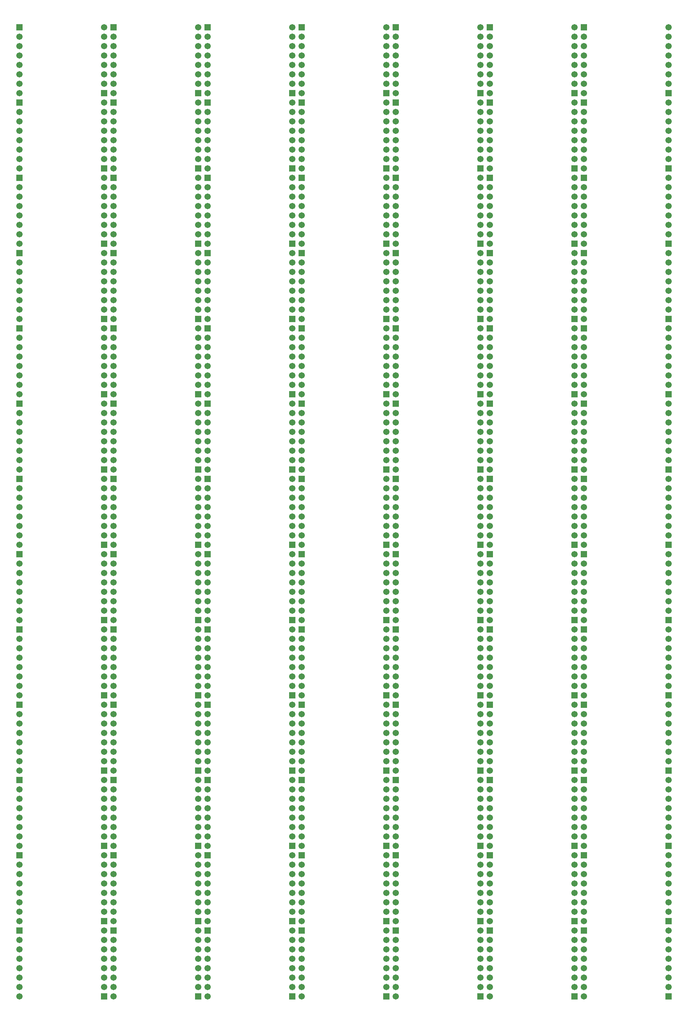
<source format=gbs>
G04 Layer_Color=16711935*
%FSLAX25Y25*%
%MOIN*%
G70*
G01*
G75*
%ADD21C,0.06706*%
%ADD22R,0.06706X0.06706*%
D21*
X5000Y5000D02*
D03*
Y15000D02*
D03*
Y25000D02*
D03*
Y35000D02*
D03*
Y45000D02*
D03*
Y55000D02*
D03*
Y65000D02*
D03*
X95000Y75000D02*
D03*
Y65000D02*
D03*
Y55000D02*
D03*
Y45000D02*
D03*
Y35000D02*
D03*
Y25000D02*
D03*
Y15000D02*
D03*
X5000Y145000D02*
D03*
Y135000D02*
D03*
Y125000D02*
D03*
Y115000D02*
D03*
Y105000D02*
D03*
Y95000D02*
D03*
Y85000D02*
D03*
X95000Y95000D02*
D03*
Y105000D02*
D03*
Y115000D02*
D03*
Y125000D02*
D03*
Y135000D02*
D03*
Y145000D02*
D03*
Y155000D02*
D03*
X5000Y225000D02*
D03*
Y215000D02*
D03*
Y205000D02*
D03*
Y195000D02*
D03*
Y185000D02*
D03*
Y175000D02*
D03*
Y165000D02*
D03*
X95000Y175000D02*
D03*
Y185000D02*
D03*
Y195000D02*
D03*
Y205000D02*
D03*
Y215000D02*
D03*
Y225000D02*
D03*
Y235000D02*
D03*
X5000Y305000D02*
D03*
Y295000D02*
D03*
Y285000D02*
D03*
Y275000D02*
D03*
Y265000D02*
D03*
Y255000D02*
D03*
Y245000D02*
D03*
X95000Y255000D02*
D03*
Y265000D02*
D03*
Y275000D02*
D03*
Y285000D02*
D03*
Y295000D02*
D03*
Y305000D02*
D03*
Y315000D02*
D03*
X5000Y385000D02*
D03*
Y375000D02*
D03*
Y365000D02*
D03*
Y355000D02*
D03*
Y345000D02*
D03*
Y335000D02*
D03*
Y325000D02*
D03*
X95000Y335000D02*
D03*
Y345000D02*
D03*
Y355000D02*
D03*
Y365000D02*
D03*
Y375000D02*
D03*
Y385000D02*
D03*
Y395000D02*
D03*
X5000Y465000D02*
D03*
Y455000D02*
D03*
Y445000D02*
D03*
Y435000D02*
D03*
Y425000D02*
D03*
Y415000D02*
D03*
Y405000D02*
D03*
X95000Y415000D02*
D03*
Y425000D02*
D03*
Y435000D02*
D03*
Y445000D02*
D03*
Y455000D02*
D03*
Y465000D02*
D03*
Y475000D02*
D03*
X5000Y545000D02*
D03*
Y535000D02*
D03*
Y525000D02*
D03*
Y515000D02*
D03*
Y505000D02*
D03*
Y495000D02*
D03*
Y485000D02*
D03*
X95000Y495000D02*
D03*
Y505000D02*
D03*
Y515000D02*
D03*
Y525000D02*
D03*
Y535000D02*
D03*
Y545000D02*
D03*
Y555000D02*
D03*
X5000Y625000D02*
D03*
Y615000D02*
D03*
Y605000D02*
D03*
Y595000D02*
D03*
Y585000D02*
D03*
Y575000D02*
D03*
Y565000D02*
D03*
X95000Y575000D02*
D03*
Y585000D02*
D03*
Y595000D02*
D03*
Y605000D02*
D03*
Y615000D02*
D03*
Y625000D02*
D03*
Y635000D02*
D03*
X5000Y705000D02*
D03*
Y695000D02*
D03*
Y685000D02*
D03*
Y675000D02*
D03*
Y665000D02*
D03*
Y655000D02*
D03*
Y645000D02*
D03*
X95000Y655000D02*
D03*
Y665000D02*
D03*
Y675000D02*
D03*
Y685000D02*
D03*
Y695000D02*
D03*
Y705000D02*
D03*
Y715000D02*
D03*
X5000Y785000D02*
D03*
Y775000D02*
D03*
Y765000D02*
D03*
Y755000D02*
D03*
Y745000D02*
D03*
Y735000D02*
D03*
Y725000D02*
D03*
X95000Y735000D02*
D03*
Y745000D02*
D03*
Y755000D02*
D03*
Y765000D02*
D03*
Y775000D02*
D03*
Y785000D02*
D03*
Y795000D02*
D03*
X5000Y865000D02*
D03*
Y855000D02*
D03*
Y845000D02*
D03*
Y835000D02*
D03*
Y825000D02*
D03*
Y815000D02*
D03*
Y805000D02*
D03*
X95000Y815000D02*
D03*
Y825000D02*
D03*
Y835000D02*
D03*
Y845000D02*
D03*
Y855000D02*
D03*
Y865000D02*
D03*
Y875000D02*
D03*
X5000Y945000D02*
D03*
Y935000D02*
D03*
Y925000D02*
D03*
Y915000D02*
D03*
Y905000D02*
D03*
Y895000D02*
D03*
Y885000D02*
D03*
X95000Y895000D02*
D03*
Y905000D02*
D03*
Y915000D02*
D03*
Y925000D02*
D03*
Y935000D02*
D03*
Y945000D02*
D03*
Y955000D02*
D03*
X5000Y1025000D02*
D03*
Y1015000D02*
D03*
Y1005000D02*
D03*
Y995000D02*
D03*
Y985000D02*
D03*
Y975000D02*
D03*
Y965000D02*
D03*
X95000Y975000D02*
D03*
Y985000D02*
D03*
Y995000D02*
D03*
Y1005000D02*
D03*
Y1015000D02*
D03*
Y1025000D02*
D03*
Y1035000D02*
D03*
X105000Y65000D02*
D03*
Y55000D02*
D03*
Y45000D02*
D03*
Y35000D02*
D03*
Y25000D02*
D03*
Y15000D02*
D03*
Y5000D02*
D03*
X105000Y85000D02*
D03*
Y95000D02*
D03*
Y105000D02*
D03*
Y115000D02*
D03*
Y125000D02*
D03*
Y135000D02*
D03*
Y145000D02*
D03*
Y165000D02*
D03*
Y175000D02*
D03*
Y185000D02*
D03*
Y195000D02*
D03*
Y205000D02*
D03*
Y215000D02*
D03*
Y225000D02*
D03*
Y245000D02*
D03*
Y255000D02*
D03*
Y265000D02*
D03*
Y275000D02*
D03*
Y285000D02*
D03*
Y295000D02*
D03*
Y305000D02*
D03*
Y325000D02*
D03*
Y335000D02*
D03*
Y345000D02*
D03*
Y355000D02*
D03*
Y365000D02*
D03*
Y375000D02*
D03*
Y385000D02*
D03*
Y405000D02*
D03*
Y415000D02*
D03*
Y425000D02*
D03*
Y435000D02*
D03*
Y445000D02*
D03*
Y455000D02*
D03*
Y465000D02*
D03*
Y485000D02*
D03*
Y495000D02*
D03*
Y505000D02*
D03*
Y515000D02*
D03*
Y525000D02*
D03*
Y535000D02*
D03*
Y545000D02*
D03*
Y565000D02*
D03*
Y575000D02*
D03*
Y585000D02*
D03*
Y595000D02*
D03*
Y605000D02*
D03*
Y615000D02*
D03*
Y625000D02*
D03*
Y645000D02*
D03*
Y655000D02*
D03*
Y665000D02*
D03*
Y675000D02*
D03*
Y685000D02*
D03*
Y695000D02*
D03*
Y705000D02*
D03*
Y725000D02*
D03*
Y735000D02*
D03*
Y745000D02*
D03*
Y755000D02*
D03*
Y765000D02*
D03*
Y775000D02*
D03*
Y785000D02*
D03*
Y805000D02*
D03*
Y815000D02*
D03*
Y825000D02*
D03*
Y835000D02*
D03*
Y845000D02*
D03*
Y855000D02*
D03*
Y865000D02*
D03*
Y885000D02*
D03*
Y895000D02*
D03*
Y905000D02*
D03*
Y915000D02*
D03*
Y925000D02*
D03*
Y935000D02*
D03*
Y945000D02*
D03*
Y965000D02*
D03*
Y975000D02*
D03*
Y985000D02*
D03*
Y995000D02*
D03*
Y1005000D02*
D03*
Y1015000D02*
D03*
Y1025000D02*
D03*
X195000Y15000D02*
D03*
Y25000D02*
D03*
Y35000D02*
D03*
Y45000D02*
D03*
Y55000D02*
D03*
Y65000D02*
D03*
Y75000D02*
D03*
X195000Y155000D02*
D03*
Y145000D02*
D03*
Y135000D02*
D03*
Y125000D02*
D03*
Y115000D02*
D03*
Y105000D02*
D03*
Y95000D02*
D03*
Y235000D02*
D03*
Y225000D02*
D03*
Y215000D02*
D03*
Y205000D02*
D03*
Y195000D02*
D03*
Y185000D02*
D03*
Y175000D02*
D03*
Y315000D02*
D03*
Y305000D02*
D03*
Y295000D02*
D03*
Y285000D02*
D03*
Y275000D02*
D03*
Y265000D02*
D03*
Y255000D02*
D03*
Y395000D02*
D03*
Y385000D02*
D03*
Y375000D02*
D03*
Y365000D02*
D03*
Y355000D02*
D03*
Y345000D02*
D03*
Y335000D02*
D03*
Y475000D02*
D03*
Y465000D02*
D03*
Y455000D02*
D03*
Y445000D02*
D03*
Y435000D02*
D03*
Y425000D02*
D03*
Y415000D02*
D03*
Y555000D02*
D03*
Y545000D02*
D03*
Y535000D02*
D03*
Y525000D02*
D03*
Y515000D02*
D03*
Y505000D02*
D03*
Y495000D02*
D03*
Y635000D02*
D03*
Y625000D02*
D03*
Y615000D02*
D03*
Y605000D02*
D03*
Y595000D02*
D03*
Y585000D02*
D03*
Y575000D02*
D03*
Y715000D02*
D03*
Y705000D02*
D03*
Y695000D02*
D03*
Y685000D02*
D03*
Y675000D02*
D03*
Y665000D02*
D03*
Y655000D02*
D03*
Y795000D02*
D03*
Y785000D02*
D03*
Y775000D02*
D03*
Y765000D02*
D03*
Y755000D02*
D03*
Y745000D02*
D03*
Y735000D02*
D03*
Y875000D02*
D03*
Y865000D02*
D03*
Y855000D02*
D03*
Y845000D02*
D03*
Y835000D02*
D03*
Y825000D02*
D03*
Y815000D02*
D03*
Y955000D02*
D03*
Y945000D02*
D03*
Y935000D02*
D03*
Y925000D02*
D03*
Y915000D02*
D03*
Y905000D02*
D03*
Y895000D02*
D03*
Y1035000D02*
D03*
Y1025000D02*
D03*
Y1015000D02*
D03*
Y1005000D02*
D03*
Y995000D02*
D03*
Y985000D02*
D03*
Y975000D02*
D03*
X205000Y65000D02*
D03*
Y55000D02*
D03*
Y45000D02*
D03*
Y35000D02*
D03*
Y25000D02*
D03*
Y15000D02*
D03*
Y5000D02*
D03*
X205000Y85000D02*
D03*
Y95000D02*
D03*
Y105000D02*
D03*
Y115000D02*
D03*
Y125000D02*
D03*
Y135000D02*
D03*
Y145000D02*
D03*
Y165000D02*
D03*
Y175000D02*
D03*
Y185000D02*
D03*
Y195000D02*
D03*
Y205000D02*
D03*
Y215000D02*
D03*
Y225000D02*
D03*
Y245000D02*
D03*
Y255000D02*
D03*
Y265000D02*
D03*
Y275000D02*
D03*
Y285000D02*
D03*
Y295000D02*
D03*
Y305000D02*
D03*
Y325000D02*
D03*
Y335000D02*
D03*
Y345000D02*
D03*
Y355000D02*
D03*
Y365000D02*
D03*
Y375000D02*
D03*
Y385000D02*
D03*
Y405000D02*
D03*
Y415000D02*
D03*
Y425000D02*
D03*
Y435000D02*
D03*
Y445000D02*
D03*
Y455000D02*
D03*
Y465000D02*
D03*
Y485000D02*
D03*
Y495000D02*
D03*
Y505000D02*
D03*
Y515000D02*
D03*
Y525000D02*
D03*
Y535000D02*
D03*
Y545000D02*
D03*
Y565000D02*
D03*
Y575000D02*
D03*
Y585000D02*
D03*
Y595000D02*
D03*
Y605000D02*
D03*
Y615000D02*
D03*
Y625000D02*
D03*
Y645000D02*
D03*
Y655000D02*
D03*
Y665000D02*
D03*
Y675000D02*
D03*
Y685000D02*
D03*
Y695000D02*
D03*
Y705000D02*
D03*
Y725000D02*
D03*
Y735000D02*
D03*
Y745000D02*
D03*
Y755000D02*
D03*
Y765000D02*
D03*
Y775000D02*
D03*
Y785000D02*
D03*
Y805000D02*
D03*
Y815000D02*
D03*
Y825000D02*
D03*
Y835000D02*
D03*
Y845000D02*
D03*
Y855000D02*
D03*
Y865000D02*
D03*
Y885000D02*
D03*
Y895000D02*
D03*
Y905000D02*
D03*
Y915000D02*
D03*
Y925000D02*
D03*
Y935000D02*
D03*
Y945000D02*
D03*
Y965000D02*
D03*
Y975000D02*
D03*
Y985000D02*
D03*
Y995000D02*
D03*
Y1005000D02*
D03*
Y1015000D02*
D03*
Y1025000D02*
D03*
X295000Y15000D02*
D03*
Y25000D02*
D03*
Y35000D02*
D03*
Y45000D02*
D03*
Y55000D02*
D03*
Y65000D02*
D03*
Y75000D02*
D03*
X295000Y155000D02*
D03*
Y145000D02*
D03*
Y135000D02*
D03*
Y125000D02*
D03*
Y115000D02*
D03*
Y105000D02*
D03*
Y95000D02*
D03*
Y235000D02*
D03*
Y225000D02*
D03*
Y215000D02*
D03*
Y205000D02*
D03*
Y195000D02*
D03*
Y185000D02*
D03*
Y175000D02*
D03*
Y315000D02*
D03*
Y305000D02*
D03*
Y295000D02*
D03*
Y285000D02*
D03*
Y275000D02*
D03*
Y265000D02*
D03*
Y255000D02*
D03*
Y395000D02*
D03*
Y385000D02*
D03*
Y375000D02*
D03*
Y365000D02*
D03*
Y355000D02*
D03*
Y345000D02*
D03*
Y335000D02*
D03*
Y475000D02*
D03*
Y465000D02*
D03*
Y455000D02*
D03*
Y445000D02*
D03*
Y435000D02*
D03*
Y425000D02*
D03*
Y415000D02*
D03*
Y555000D02*
D03*
Y545000D02*
D03*
Y535000D02*
D03*
Y525000D02*
D03*
Y515000D02*
D03*
Y505000D02*
D03*
Y495000D02*
D03*
Y635000D02*
D03*
Y625000D02*
D03*
Y615000D02*
D03*
Y605000D02*
D03*
Y595000D02*
D03*
Y585000D02*
D03*
Y575000D02*
D03*
Y715000D02*
D03*
Y705000D02*
D03*
Y695000D02*
D03*
Y685000D02*
D03*
Y675000D02*
D03*
Y665000D02*
D03*
Y655000D02*
D03*
Y795000D02*
D03*
Y785000D02*
D03*
Y775000D02*
D03*
Y765000D02*
D03*
Y755000D02*
D03*
Y745000D02*
D03*
Y735000D02*
D03*
Y875000D02*
D03*
Y865000D02*
D03*
Y855000D02*
D03*
Y845000D02*
D03*
Y835000D02*
D03*
Y825000D02*
D03*
Y815000D02*
D03*
Y955000D02*
D03*
Y945000D02*
D03*
Y935000D02*
D03*
Y925000D02*
D03*
Y915000D02*
D03*
Y905000D02*
D03*
Y895000D02*
D03*
Y1035000D02*
D03*
Y1025000D02*
D03*
Y1015000D02*
D03*
Y1005000D02*
D03*
Y995000D02*
D03*
Y985000D02*
D03*
Y975000D02*
D03*
X395000Y75000D02*
D03*
Y65000D02*
D03*
Y55000D02*
D03*
Y45000D02*
D03*
Y35000D02*
D03*
Y25000D02*
D03*
Y15000D02*
D03*
X395000Y95000D02*
D03*
Y105000D02*
D03*
Y115000D02*
D03*
Y125000D02*
D03*
Y135000D02*
D03*
Y145000D02*
D03*
Y155000D02*
D03*
Y175000D02*
D03*
Y185000D02*
D03*
Y195000D02*
D03*
Y205000D02*
D03*
Y215000D02*
D03*
Y225000D02*
D03*
Y235000D02*
D03*
Y255000D02*
D03*
Y265000D02*
D03*
Y275000D02*
D03*
Y285000D02*
D03*
Y295000D02*
D03*
Y305000D02*
D03*
Y315000D02*
D03*
Y335000D02*
D03*
Y345000D02*
D03*
Y355000D02*
D03*
Y365000D02*
D03*
Y375000D02*
D03*
Y385000D02*
D03*
Y395000D02*
D03*
Y415000D02*
D03*
Y425000D02*
D03*
Y435000D02*
D03*
Y445000D02*
D03*
Y455000D02*
D03*
Y465000D02*
D03*
Y475000D02*
D03*
Y495000D02*
D03*
Y505000D02*
D03*
Y515000D02*
D03*
Y525000D02*
D03*
Y535000D02*
D03*
Y545000D02*
D03*
Y555000D02*
D03*
Y575000D02*
D03*
Y585000D02*
D03*
Y595000D02*
D03*
Y605000D02*
D03*
Y615000D02*
D03*
Y625000D02*
D03*
Y635000D02*
D03*
Y655000D02*
D03*
Y665000D02*
D03*
Y675000D02*
D03*
Y685000D02*
D03*
Y695000D02*
D03*
Y705000D02*
D03*
Y715000D02*
D03*
Y735000D02*
D03*
Y745000D02*
D03*
Y755000D02*
D03*
Y765000D02*
D03*
Y775000D02*
D03*
Y785000D02*
D03*
Y795000D02*
D03*
Y815000D02*
D03*
Y825000D02*
D03*
Y835000D02*
D03*
Y845000D02*
D03*
Y855000D02*
D03*
Y865000D02*
D03*
Y875000D02*
D03*
Y895000D02*
D03*
Y905000D02*
D03*
Y915000D02*
D03*
Y925000D02*
D03*
Y935000D02*
D03*
Y945000D02*
D03*
Y955000D02*
D03*
Y975000D02*
D03*
Y985000D02*
D03*
Y995000D02*
D03*
Y1005000D02*
D03*
Y1015000D02*
D03*
Y1025000D02*
D03*
Y1035000D02*
D03*
X305000Y225000D02*
D03*
Y215000D02*
D03*
Y205000D02*
D03*
Y195000D02*
D03*
Y185000D02*
D03*
Y175000D02*
D03*
Y165000D02*
D03*
Y465000D02*
D03*
Y455000D02*
D03*
Y445000D02*
D03*
Y435000D02*
D03*
Y425000D02*
D03*
Y415000D02*
D03*
Y405000D02*
D03*
Y625000D02*
D03*
Y615000D02*
D03*
Y605000D02*
D03*
Y595000D02*
D03*
Y585000D02*
D03*
Y575000D02*
D03*
Y565000D02*
D03*
Y865000D02*
D03*
Y855000D02*
D03*
Y845000D02*
D03*
Y835000D02*
D03*
Y825000D02*
D03*
Y815000D02*
D03*
Y805000D02*
D03*
X305000Y5000D02*
D03*
Y15000D02*
D03*
Y25000D02*
D03*
Y35000D02*
D03*
Y45000D02*
D03*
Y55000D02*
D03*
Y65000D02*
D03*
X305000Y145000D02*
D03*
Y135000D02*
D03*
Y125000D02*
D03*
Y115000D02*
D03*
Y105000D02*
D03*
Y95000D02*
D03*
Y85000D02*
D03*
Y305000D02*
D03*
Y295000D02*
D03*
Y285000D02*
D03*
Y275000D02*
D03*
Y265000D02*
D03*
Y255000D02*
D03*
Y245000D02*
D03*
Y385000D02*
D03*
Y375000D02*
D03*
Y365000D02*
D03*
Y355000D02*
D03*
Y345000D02*
D03*
Y335000D02*
D03*
Y325000D02*
D03*
Y545000D02*
D03*
Y535000D02*
D03*
Y525000D02*
D03*
Y515000D02*
D03*
Y505000D02*
D03*
Y495000D02*
D03*
Y485000D02*
D03*
Y705000D02*
D03*
Y695000D02*
D03*
Y685000D02*
D03*
Y675000D02*
D03*
Y665000D02*
D03*
Y655000D02*
D03*
Y645000D02*
D03*
Y785000D02*
D03*
Y775000D02*
D03*
Y765000D02*
D03*
Y755000D02*
D03*
Y745000D02*
D03*
Y735000D02*
D03*
Y725000D02*
D03*
Y945000D02*
D03*
Y935000D02*
D03*
Y925000D02*
D03*
Y915000D02*
D03*
Y905000D02*
D03*
Y895000D02*
D03*
Y885000D02*
D03*
Y1025000D02*
D03*
Y1015000D02*
D03*
Y1005000D02*
D03*
Y995000D02*
D03*
Y985000D02*
D03*
Y975000D02*
D03*
Y965000D02*
D03*
X405000Y65000D02*
D03*
Y55000D02*
D03*
Y45000D02*
D03*
Y35000D02*
D03*
Y25000D02*
D03*
Y15000D02*
D03*
Y5000D02*
D03*
X405000Y85000D02*
D03*
Y95000D02*
D03*
Y105000D02*
D03*
Y115000D02*
D03*
Y125000D02*
D03*
Y135000D02*
D03*
Y145000D02*
D03*
Y165000D02*
D03*
Y175000D02*
D03*
Y185000D02*
D03*
Y195000D02*
D03*
Y205000D02*
D03*
Y215000D02*
D03*
Y225000D02*
D03*
Y245000D02*
D03*
Y255000D02*
D03*
Y265000D02*
D03*
Y275000D02*
D03*
Y285000D02*
D03*
Y295000D02*
D03*
Y305000D02*
D03*
Y325000D02*
D03*
Y335000D02*
D03*
Y345000D02*
D03*
Y355000D02*
D03*
Y365000D02*
D03*
Y375000D02*
D03*
Y385000D02*
D03*
Y405000D02*
D03*
Y415000D02*
D03*
Y425000D02*
D03*
Y435000D02*
D03*
Y445000D02*
D03*
Y455000D02*
D03*
Y465000D02*
D03*
Y485000D02*
D03*
Y495000D02*
D03*
Y505000D02*
D03*
Y515000D02*
D03*
Y525000D02*
D03*
Y535000D02*
D03*
Y545000D02*
D03*
Y565000D02*
D03*
Y575000D02*
D03*
Y585000D02*
D03*
Y595000D02*
D03*
Y605000D02*
D03*
Y615000D02*
D03*
Y625000D02*
D03*
Y645000D02*
D03*
Y655000D02*
D03*
Y665000D02*
D03*
Y675000D02*
D03*
Y685000D02*
D03*
Y695000D02*
D03*
Y705000D02*
D03*
Y725000D02*
D03*
Y735000D02*
D03*
Y745000D02*
D03*
Y755000D02*
D03*
Y765000D02*
D03*
Y775000D02*
D03*
Y785000D02*
D03*
Y805000D02*
D03*
Y815000D02*
D03*
Y825000D02*
D03*
Y835000D02*
D03*
Y845000D02*
D03*
Y855000D02*
D03*
Y865000D02*
D03*
Y885000D02*
D03*
Y895000D02*
D03*
Y905000D02*
D03*
Y915000D02*
D03*
Y925000D02*
D03*
Y935000D02*
D03*
Y945000D02*
D03*
Y965000D02*
D03*
Y975000D02*
D03*
Y985000D02*
D03*
Y995000D02*
D03*
Y1005000D02*
D03*
Y1015000D02*
D03*
Y1025000D02*
D03*
X495000Y15000D02*
D03*
Y25000D02*
D03*
Y35000D02*
D03*
Y45000D02*
D03*
Y55000D02*
D03*
Y65000D02*
D03*
Y75000D02*
D03*
X495000Y155000D02*
D03*
Y145000D02*
D03*
Y135000D02*
D03*
Y125000D02*
D03*
Y115000D02*
D03*
Y105000D02*
D03*
Y95000D02*
D03*
Y235000D02*
D03*
Y225000D02*
D03*
Y215000D02*
D03*
Y205000D02*
D03*
Y195000D02*
D03*
Y185000D02*
D03*
Y175000D02*
D03*
Y315000D02*
D03*
Y305000D02*
D03*
Y295000D02*
D03*
Y285000D02*
D03*
Y275000D02*
D03*
Y265000D02*
D03*
Y255000D02*
D03*
Y395000D02*
D03*
Y385000D02*
D03*
Y375000D02*
D03*
Y365000D02*
D03*
Y355000D02*
D03*
Y345000D02*
D03*
Y335000D02*
D03*
Y475000D02*
D03*
Y465000D02*
D03*
Y455000D02*
D03*
Y445000D02*
D03*
Y435000D02*
D03*
Y425000D02*
D03*
Y415000D02*
D03*
Y555000D02*
D03*
Y545000D02*
D03*
Y535000D02*
D03*
Y525000D02*
D03*
Y515000D02*
D03*
Y505000D02*
D03*
Y495000D02*
D03*
Y635000D02*
D03*
Y625000D02*
D03*
Y615000D02*
D03*
Y605000D02*
D03*
Y595000D02*
D03*
Y585000D02*
D03*
Y575000D02*
D03*
Y715000D02*
D03*
Y705000D02*
D03*
Y695000D02*
D03*
Y685000D02*
D03*
Y675000D02*
D03*
Y665000D02*
D03*
Y655000D02*
D03*
Y795000D02*
D03*
Y785000D02*
D03*
Y775000D02*
D03*
Y765000D02*
D03*
Y755000D02*
D03*
Y745000D02*
D03*
Y735000D02*
D03*
Y875000D02*
D03*
Y865000D02*
D03*
Y855000D02*
D03*
Y845000D02*
D03*
Y835000D02*
D03*
Y825000D02*
D03*
Y815000D02*
D03*
Y955000D02*
D03*
Y945000D02*
D03*
Y935000D02*
D03*
Y925000D02*
D03*
Y915000D02*
D03*
Y905000D02*
D03*
Y895000D02*
D03*
Y1035000D02*
D03*
Y1025000D02*
D03*
Y1015000D02*
D03*
Y1005000D02*
D03*
Y995000D02*
D03*
Y985000D02*
D03*
Y975000D02*
D03*
X595000Y75000D02*
D03*
Y65000D02*
D03*
Y55000D02*
D03*
Y45000D02*
D03*
Y35000D02*
D03*
Y25000D02*
D03*
Y15000D02*
D03*
X595000Y95000D02*
D03*
Y105000D02*
D03*
Y115000D02*
D03*
Y125000D02*
D03*
Y135000D02*
D03*
Y145000D02*
D03*
Y155000D02*
D03*
Y175000D02*
D03*
Y185000D02*
D03*
Y195000D02*
D03*
Y205000D02*
D03*
Y215000D02*
D03*
Y225000D02*
D03*
Y235000D02*
D03*
Y255000D02*
D03*
Y265000D02*
D03*
Y275000D02*
D03*
Y285000D02*
D03*
Y295000D02*
D03*
Y305000D02*
D03*
Y315000D02*
D03*
Y335000D02*
D03*
Y345000D02*
D03*
Y355000D02*
D03*
Y365000D02*
D03*
Y375000D02*
D03*
Y385000D02*
D03*
Y395000D02*
D03*
Y415000D02*
D03*
Y425000D02*
D03*
Y435000D02*
D03*
Y445000D02*
D03*
Y455000D02*
D03*
Y465000D02*
D03*
Y475000D02*
D03*
Y495000D02*
D03*
Y505000D02*
D03*
Y515000D02*
D03*
Y525000D02*
D03*
Y535000D02*
D03*
Y545000D02*
D03*
Y555000D02*
D03*
Y575000D02*
D03*
Y585000D02*
D03*
Y595000D02*
D03*
Y605000D02*
D03*
Y615000D02*
D03*
Y625000D02*
D03*
Y635000D02*
D03*
Y655000D02*
D03*
Y665000D02*
D03*
Y675000D02*
D03*
Y685000D02*
D03*
Y695000D02*
D03*
Y705000D02*
D03*
Y715000D02*
D03*
Y735000D02*
D03*
Y745000D02*
D03*
Y755000D02*
D03*
Y765000D02*
D03*
Y775000D02*
D03*
Y785000D02*
D03*
Y795000D02*
D03*
Y815000D02*
D03*
Y825000D02*
D03*
Y835000D02*
D03*
Y845000D02*
D03*
Y855000D02*
D03*
Y865000D02*
D03*
Y875000D02*
D03*
Y895000D02*
D03*
Y905000D02*
D03*
Y915000D02*
D03*
Y925000D02*
D03*
Y935000D02*
D03*
Y945000D02*
D03*
Y955000D02*
D03*
Y975000D02*
D03*
Y985000D02*
D03*
Y995000D02*
D03*
Y1005000D02*
D03*
Y1015000D02*
D03*
Y1025000D02*
D03*
Y1035000D02*
D03*
X505000Y225000D02*
D03*
Y215000D02*
D03*
Y205000D02*
D03*
Y195000D02*
D03*
Y185000D02*
D03*
Y175000D02*
D03*
Y165000D02*
D03*
Y465000D02*
D03*
Y455000D02*
D03*
Y445000D02*
D03*
Y435000D02*
D03*
Y425000D02*
D03*
Y415000D02*
D03*
Y405000D02*
D03*
Y625000D02*
D03*
Y615000D02*
D03*
Y605000D02*
D03*
Y595000D02*
D03*
Y585000D02*
D03*
Y575000D02*
D03*
Y565000D02*
D03*
Y865000D02*
D03*
Y855000D02*
D03*
Y845000D02*
D03*
Y835000D02*
D03*
Y825000D02*
D03*
Y815000D02*
D03*
Y805000D02*
D03*
X505000Y5000D02*
D03*
Y15000D02*
D03*
Y25000D02*
D03*
Y35000D02*
D03*
Y45000D02*
D03*
Y55000D02*
D03*
Y65000D02*
D03*
X505000Y145000D02*
D03*
Y135000D02*
D03*
Y125000D02*
D03*
Y115000D02*
D03*
Y105000D02*
D03*
Y95000D02*
D03*
Y85000D02*
D03*
Y305000D02*
D03*
Y295000D02*
D03*
Y285000D02*
D03*
Y275000D02*
D03*
Y265000D02*
D03*
Y255000D02*
D03*
Y245000D02*
D03*
Y385000D02*
D03*
Y375000D02*
D03*
Y365000D02*
D03*
Y355000D02*
D03*
Y345000D02*
D03*
Y335000D02*
D03*
Y325000D02*
D03*
Y545000D02*
D03*
Y535000D02*
D03*
Y525000D02*
D03*
Y515000D02*
D03*
Y505000D02*
D03*
Y495000D02*
D03*
Y485000D02*
D03*
Y705000D02*
D03*
Y695000D02*
D03*
Y685000D02*
D03*
Y675000D02*
D03*
Y665000D02*
D03*
Y655000D02*
D03*
Y645000D02*
D03*
Y785000D02*
D03*
Y775000D02*
D03*
Y765000D02*
D03*
Y755000D02*
D03*
Y745000D02*
D03*
Y735000D02*
D03*
Y725000D02*
D03*
Y945000D02*
D03*
Y935000D02*
D03*
Y925000D02*
D03*
Y915000D02*
D03*
Y905000D02*
D03*
Y895000D02*
D03*
Y885000D02*
D03*
Y1025000D02*
D03*
Y1015000D02*
D03*
Y1005000D02*
D03*
Y995000D02*
D03*
Y985000D02*
D03*
Y975000D02*
D03*
Y965000D02*
D03*
X695000Y15000D02*
D03*
Y25000D02*
D03*
Y35000D02*
D03*
Y45000D02*
D03*
Y55000D02*
D03*
Y65000D02*
D03*
Y75000D02*
D03*
X695000Y155000D02*
D03*
Y145000D02*
D03*
Y135000D02*
D03*
Y125000D02*
D03*
Y115000D02*
D03*
Y105000D02*
D03*
Y95000D02*
D03*
Y235000D02*
D03*
Y225000D02*
D03*
Y215000D02*
D03*
Y205000D02*
D03*
Y195000D02*
D03*
Y185000D02*
D03*
Y175000D02*
D03*
Y315000D02*
D03*
Y305000D02*
D03*
Y295000D02*
D03*
Y285000D02*
D03*
Y275000D02*
D03*
Y265000D02*
D03*
Y255000D02*
D03*
Y395000D02*
D03*
Y385000D02*
D03*
Y375000D02*
D03*
Y365000D02*
D03*
Y355000D02*
D03*
Y345000D02*
D03*
Y335000D02*
D03*
Y475000D02*
D03*
Y465000D02*
D03*
Y455000D02*
D03*
Y445000D02*
D03*
Y435000D02*
D03*
Y425000D02*
D03*
Y415000D02*
D03*
Y555000D02*
D03*
Y545000D02*
D03*
Y535000D02*
D03*
Y525000D02*
D03*
Y515000D02*
D03*
Y505000D02*
D03*
Y495000D02*
D03*
Y635000D02*
D03*
Y625000D02*
D03*
Y615000D02*
D03*
Y605000D02*
D03*
Y595000D02*
D03*
Y585000D02*
D03*
Y575000D02*
D03*
Y715000D02*
D03*
Y705000D02*
D03*
Y695000D02*
D03*
Y685000D02*
D03*
Y675000D02*
D03*
Y665000D02*
D03*
Y655000D02*
D03*
Y795000D02*
D03*
Y785000D02*
D03*
Y775000D02*
D03*
Y765000D02*
D03*
Y755000D02*
D03*
Y745000D02*
D03*
Y735000D02*
D03*
Y875000D02*
D03*
Y865000D02*
D03*
Y855000D02*
D03*
Y845000D02*
D03*
Y835000D02*
D03*
Y825000D02*
D03*
Y815000D02*
D03*
Y955000D02*
D03*
Y945000D02*
D03*
Y935000D02*
D03*
Y925000D02*
D03*
Y915000D02*
D03*
Y905000D02*
D03*
Y895000D02*
D03*
Y1035000D02*
D03*
Y1025000D02*
D03*
Y1015000D02*
D03*
Y1005000D02*
D03*
Y995000D02*
D03*
Y985000D02*
D03*
Y975000D02*
D03*
X605000Y165000D02*
D03*
Y175000D02*
D03*
Y185000D02*
D03*
Y195000D02*
D03*
Y205000D02*
D03*
Y215000D02*
D03*
Y225000D02*
D03*
Y405000D02*
D03*
Y415000D02*
D03*
Y425000D02*
D03*
Y435000D02*
D03*
Y445000D02*
D03*
Y455000D02*
D03*
Y465000D02*
D03*
Y565000D02*
D03*
Y575000D02*
D03*
Y585000D02*
D03*
Y595000D02*
D03*
Y605000D02*
D03*
Y615000D02*
D03*
Y625000D02*
D03*
Y805000D02*
D03*
Y815000D02*
D03*
Y825000D02*
D03*
Y835000D02*
D03*
Y845000D02*
D03*
Y855000D02*
D03*
Y865000D02*
D03*
X605000Y65000D02*
D03*
Y55000D02*
D03*
Y45000D02*
D03*
Y35000D02*
D03*
Y25000D02*
D03*
Y15000D02*
D03*
Y5000D02*
D03*
X605000Y85000D02*
D03*
Y95000D02*
D03*
Y105000D02*
D03*
Y115000D02*
D03*
Y125000D02*
D03*
Y135000D02*
D03*
Y145000D02*
D03*
Y245000D02*
D03*
Y255000D02*
D03*
Y265000D02*
D03*
Y275000D02*
D03*
Y285000D02*
D03*
Y295000D02*
D03*
Y305000D02*
D03*
Y325000D02*
D03*
Y335000D02*
D03*
Y345000D02*
D03*
Y355000D02*
D03*
Y365000D02*
D03*
Y375000D02*
D03*
Y385000D02*
D03*
Y485000D02*
D03*
Y495000D02*
D03*
Y505000D02*
D03*
Y515000D02*
D03*
Y525000D02*
D03*
Y535000D02*
D03*
Y545000D02*
D03*
Y645000D02*
D03*
Y655000D02*
D03*
Y665000D02*
D03*
Y675000D02*
D03*
Y685000D02*
D03*
Y695000D02*
D03*
Y705000D02*
D03*
Y725000D02*
D03*
Y735000D02*
D03*
Y745000D02*
D03*
Y755000D02*
D03*
Y765000D02*
D03*
Y775000D02*
D03*
Y785000D02*
D03*
Y885000D02*
D03*
Y895000D02*
D03*
Y905000D02*
D03*
Y915000D02*
D03*
Y925000D02*
D03*
Y935000D02*
D03*
Y945000D02*
D03*
Y965000D02*
D03*
Y975000D02*
D03*
Y985000D02*
D03*
Y995000D02*
D03*
Y1005000D02*
D03*
Y1015000D02*
D03*
Y1025000D02*
D03*
D22*
X5000Y75000D02*
D03*
X95000Y5000D02*
D03*
X5000Y155000D02*
D03*
X95000Y85000D02*
D03*
X5000Y235000D02*
D03*
X95000Y165000D02*
D03*
X5000Y315000D02*
D03*
X95000Y245000D02*
D03*
X5000Y395000D02*
D03*
X95000Y325000D02*
D03*
X5000Y475000D02*
D03*
X95000Y405000D02*
D03*
X5000Y555000D02*
D03*
X95000Y485000D02*
D03*
X5000Y635000D02*
D03*
X95000Y565000D02*
D03*
X5000Y715000D02*
D03*
X95000Y645000D02*
D03*
X5000Y795000D02*
D03*
X95000Y725000D02*
D03*
X5000Y875000D02*
D03*
X95000Y805000D02*
D03*
X5000Y955000D02*
D03*
X95000Y885000D02*
D03*
X5000Y1035000D02*
D03*
X95000Y965000D02*
D03*
X105000Y75000D02*
D03*
X105000Y155000D02*
D03*
Y235000D02*
D03*
Y315000D02*
D03*
Y395000D02*
D03*
Y475000D02*
D03*
Y555000D02*
D03*
Y635000D02*
D03*
Y715000D02*
D03*
Y795000D02*
D03*
Y875000D02*
D03*
Y955000D02*
D03*
Y1035000D02*
D03*
X195000Y5000D02*
D03*
X195000Y85000D02*
D03*
Y165000D02*
D03*
Y245000D02*
D03*
Y325000D02*
D03*
Y405000D02*
D03*
Y485000D02*
D03*
Y565000D02*
D03*
Y645000D02*
D03*
Y725000D02*
D03*
Y805000D02*
D03*
Y885000D02*
D03*
Y965000D02*
D03*
X205000Y75000D02*
D03*
X205000Y155000D02*
D03*
Y235000D02*
D03*
Y315000D02*
D03*
Y395000D02*
D03*
Y475000D02*
D03*
Y555000D02*
D03*
Y635000D02*
D03*
Y715000D02*
D03*
Y795000D02*
D03*
Y875000D02*
D03*
Y955000D02*
D03*
Y1035000D02*
D03*
X295000Y5000D02*
D03*
X295000Y85000D02*
D03*
Y165000D02*
D03*
Y245000D02*
D03*
Y325000D02*
D03*
Y405000D02*
D03*
Y485000D02*
D03*
Y565000D02*
D03*
Y645000D02*
D03*
Y725000D02*
D03*
Y805000D02*
D03*
Y885000D02*
D03*
Y965000D02*
D03*
X395000Y5000D02*
D03*
X395000Y85000D02*
D03*
Y165000D02*
D03*
Y245000D02*
D03*
Y325000D02*
D03*
Y405000D02*
D03*
Y485000D02*
D03*
Y565000D02*
D03*
Y645000D02*
D03*
Y725000D02*
D03*
Y805000D02*
D03*
Y885000D02*
D03*
Y965000D02*
D03*
X305000Y235000D02*
D03*
Y475000D02*
D03*
Y635000D02*
D03*
Y875000D02*
D03*
X305000Y75000D02*
D03*
X305000Y155000D02*
D03*
Y315000D02*
D03*
Y395000D02*
D03*
Y555000D02*
D03*
Y715000D02*
D03*
Y795000D02*
D03*
Y955000D02*
D03*
Y1035000D02*
D03*
X405000Y75000D02*
D03*
X405000Y155000D02*
D03*
Y235000D02*
D03*
Y315000D02*
D03*
Y395000D02*
D03*
Y475000D02*
D03*
Y555000D02*
D03*
Y635000D02*
D03*
Y715000D02*
D03*
Y795000D02*
D03*
Y875000D02*
D03*
Y955000D02*
D03*
Y1035000D02*
D03*
X495000Y5000D02*
D03*
X495000Y85000D02*
D03*
Y165000D02*
D03*
Y245000D02*
D03*
Y325000D02*
D03*
Y405000D02*
D03*
Y485000D02*
D03*
Y565000D02*
D03*
Y645000D02*
D03*
Y725000D02*
D03*
Y805000D02*
D03*
Y885000D02*
D03*
Y965000D02*
D03*
X595000Y5000D02*
D03*
X595000Y85000D02*
D03*
Y165000D02*
D03*
Y245000D02*
D03*
Y325000D02*
D03*
Y405000D02*
D03*
Y485000D02*
D03*
Y565000D02*
D03*
Y645000D02*
D03*
Y725000D02*
D03*
Y805000D02*
D03*
Y885000D02*
D03*
Y965000D02*
D03*
X505000Y235000D02*
D03*
Y475000D02*
D03*
Y635000D02*
D03*
Y875000D02*
D03*
X505000Y75000D02*
D03*
X505000Y155000D02*
D03*
Y315000D02*
D03*
Y395000D02*
D03*
Y555000D02*
D03*
Y715000D02*
D03*
Y795000D02*
D03*
Y955000D02*
D03*
Y1035000D02*
D03*
X695000Y5000D02*
D03*
X695000Y85000D02*
D03*
Y165000D02*
D03*
Y245000D02*
D03*
Y325000D02*
D03*
Y405000D02*
D03*
Y485000D02*
D03*
Y565000D02*
D03*
Y645000D02*
D03*
Y725000D02*
D03*
Y805000D02*
D03*
Y885000D02*
D03*
Y965000D02*
D03*
X605000Y235000D02*
D03*
Y475000D02*
D03*
Y635000D02*
D03*
Y875000D02*
D03*
X605000Y75000D02*
D03*
X605000Y155000D02*
D03*
Y315000D02*
D03*
Y395000D02*
D03*
Y555000D02*
D03*
Y715000D02*
D03*
Y795000D02*
D03*
Y955000D02*
D03*
Y1035000D02*
D03*
M02*

</source>
